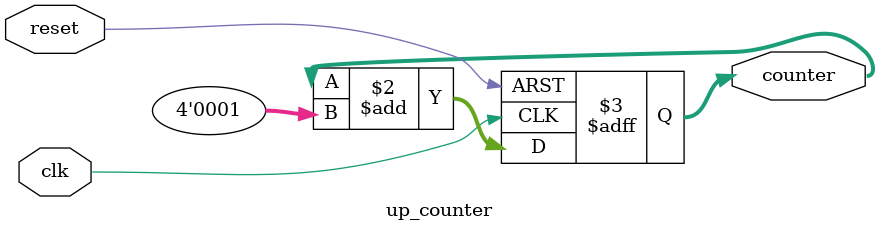
<source format=v>
`timescale 1ns / 1ps


module up_counter(clk,reset,counter);

        input clk,reset;
        output reg [3:0] counter;
        
        always@(posedge clk or posedge reset)
        begin
            if(reset)
                counter <= 4'd0;
            else
                counter <= counter + 4'd1;
         end       
                            
endmodule

</source>
